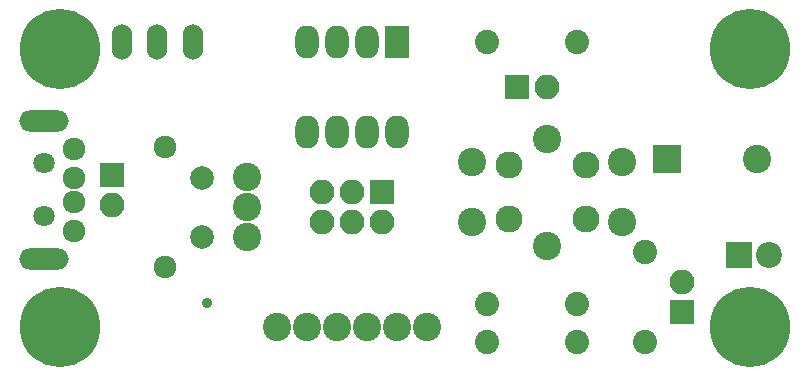
<source format=gbs>
G04 #@! TF.FileFunction,Soldermask,Bot*
%FSLAX46Y46*%
G04 Gerber Fmt 4.6, Leading zero omitted, Abs format (unit mm)*
G04 Created by KiCad (PCBNEW 4.0.5) date 06/12/17 11:35:52*
%MOMM*%
%LPD*%
G01*
G04 APERTURE LIST*
%ADD10C,0.100000*%
%ADD11R,2.400000X2.400000*%
%ADD12C,2.400000*%
%ADD13C,2.000000*%
%ADD14R,2.200000X2.200000*%
%ADD15C,2.200000*%
%ADD16C,1.924000*%
%ADD17R,2.000000X2.800000*%
%ADD18O,2.000000X2.800000*%
%ADD19C,1.800000*%
%ADD20O,4.200000X1.800000*%
%ADD21R,2.100000X2.100000*%
%ADD22O,2.100000X2.100000*%
%ADD23C,2.051000*%
%ADD24C,2.279600*%
%ADD25O,1.708000X3.016000*%
%ADD26C,6.800000*%
%ADD27C,0.880000*%
G04 APERTURE END LIST*
D10*
D11*
X175260000Y-87376000D03*
D12*
X182860000Y-87376000D03*
D13*
X135890000Y-93980000D03*
X135890000Y-88980000D03*
D14*
X181356000Y-95504000D03*
D15*
X183896000Y-95504000D03*
D16*
X132715000Y-96520000D03*
X132715000Y-86360000D03*
D17*
X152400000Y-77470000D03*
D18*
X144780000Y-85090000D03*
X149860000Y-77470000D03*
X147320000Y-85090000D03*
X147320000Y-77470000D03*
X149860000Y-85090000D03*
X144780000Y-77470000D03*
X152400000Y-85090000D03*
D16*
X125000000Y-91000000D03*
X125000000Y-89000000D03*
X125000000Y-93500000D03*
X125000000Y-86500000D03*
D19*
X122500000Y-92250000D03*
X122500000Y-87750000D03*
D20*
X122500000Y-84150000D03*
X122500000Y-95850000D03*
D21*
X176530000Y-100330000D03*
D22*
X176530000Y-97790000D03*
D21*
X128250000Y-88750000D03*
D22*
X128250000Y-91290000D03*
D21*
X151130000Y-90170000D03*
D22*
X151130000Y-92710000D03*
X148590000Y-90170000D03*
X148590000Y-92710000D03*
X146050000Y-90170000D03*
X146050000Y-92710000D03*
D21*
X162560000Y-81280000D03*
D22*
X165100000Y-81280000D03*
D23*
X167640000Y-77470000D03*
X160020000Y-77470000D03*
X167640000Y-99695000D03*
X160020000Y-99695000D03*
X173355000Y-95250000D03*
X173355000Y-102870000D03*
X160020000Y-102870000D03*
X167640000Y-102870000D03*
D12*
X171450000Y-92710000D03*
X158750000Y-92710000D03*
X158750000Y-87630000D03*
X171450000Y-87630000D03*
X165080000Y-94720000D03*
X165080000Y-85720000D03*
D24*
X168351200Y-92430600D03*
X161848800Y-92430600D03*
X168351200Y-87909400D03*
X161848800Y-87909400D03*
D25*
X129080000Y-77470000D03*
X132080000Y-77470000D03*
X135080000Y-77470000D03*
D12*
X139700000Y-88900000D03*
X139700000Y-91440000D03*
X139700000Y-93980000D03*
X154940000Y-101600000D03*
X152400000Y-101600000D03*
X149860000Y-101600000D03*
X147320000Y-101600000D03*
X144780000Y-101600000D03*
X142240000Y-101600000D03*
D26*
X123825000Y-78105000D03*
X123825000Y-101600000D03*
X182245000Y-101600000D03*
X182245000Y-78105000D03*
D27*
X136282000Y-99602000D03*
M02*

</source>
